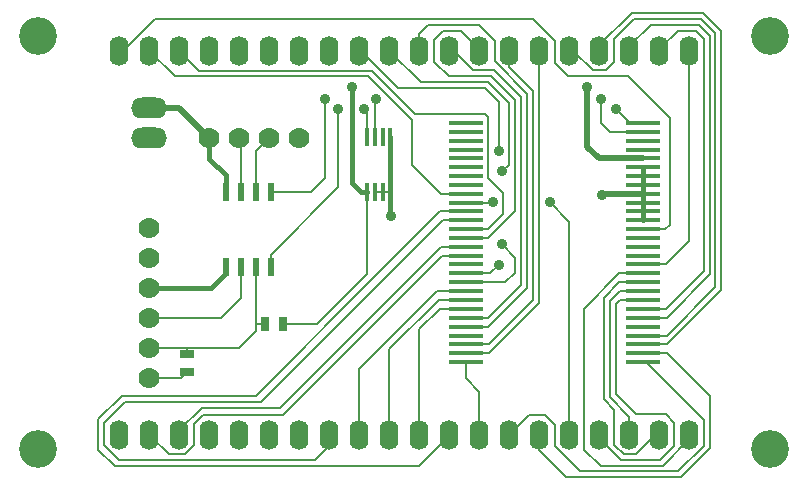
<source format=gbl>
G04 (created by PCBNEW-RS274X (2012-01-19 BZR 3256)-stable) date 18/05/2013 06:36:34*
G01*
G70*
G90*
%MOIN*%
G04 Gerber Fmt 3.4, Leading zero omitted, Abs format*
%FSLAX34Y34*%
G04 APERTURE LIST*
%ADD10C,0.006000*%
%ADD11R,0.118100X0.016000*%
%ADD12O,0.063000X0.100000*%
%ADD13R,0.020000X0.059100*%
%ADD14R,0.015000X0.063000*%
%ADD15C,0.070000*%
%ADD16R,0.045000X0.025000*%
%ADD17R,0.025000X0.045000*%
%ADD18C,0.126000*%
%ADD19O,0.120000X0.070000*%
%ADD20C,0.035000*%
%ADD21C,0.015700*%
%ADD22C,0.008000*%
%ADD23C,0.019700*%
G04 APERTURE END LIST*
G54D10*
G54D11*
X76953Y-38510D03*
X76953Y-38810D03*
X76953Y-39100D03*
X76953Y-39400D03*
X76953Y-39690D03*
X76953Y-39990D03*
X76953Y-40280D03*
X76953Y-40580D03*
X76953Y-40870D03*
X76953Y-41170D03*
X76953Y-41460D03*
X76953Y-41760D03*
X76953Y-42050D03*
X76953Y-42350D03*
X76953Y-42640D03*
X76953Y-42940D03*
X76953Y-43230D03*
X76953Y-43530D03*
X76953Y-43830D03*
X76953Y-44120D03*
X76953Y-44420D03*
X76953Y-44710D03*
X76953Y-45010D03*
X76953Y-45300D03*
X76953Y-45600D03*
X76953Y-45890D03*
X76953Y-46190D03*
X76953Y-46480D03*
X71047Y-46480D03*
X71047Y-46190D03*
X71047Y-45890D03*
X71047Y-45600D03*
X71047Y-45300D03*
X71047Y-45010D03*
X71047Y-44710D03*
X71047Y-44420D03*
X71047Y-44120D03*
X71047Y-43830D03*
X71047Y-43530D03*
X71047Y-43230D03*
X71047Y-42940D03*
X71047Y-42640D03*
X71047Y-42350D03*
X71047Y-42050D03*
X71047Y-41760D03*
X71047Y-41460D03*
X71047Y-41170D03*
X71047Y-40870D03*
X71047Y-40580D03*
X71047Y-40280D03*
X71047Y-39990D03*
X71047Y-39690D03*
X71047Y-39400D03*
X71047Y-39100D03*
X71047Y-38810D03*
X71047Y-38510D03*
G54D12*
X59500Y-48900D03*
X60500Y-48900D03*
X61500Y-48900D03*
X62500Y-48900D03*
X63500Y-48900D03*
X64500Y-48900D03*
X65500Y-48900D03*
X66500Y-48900D03*
X67500Y-48900D03*
X68500Y-48900D03*
X69500Y-48900D03*
X70500Y-48900D03*
X71500Y-48900D03*
X72500Y-48900D03*
X73500Y-48900D03*
X74500Y-48900D03*
X75500Y-48900D03*
X76500Y-48900D03*
X77500Y-48900D03*
X78500Y-48900D03*
X78500Y-36100D03*
X77500Y-36100D03*
X76500Y-36100D03*
X75500Y-36100D03*
X74500Y-36100D03*
X73500Y-36100D03*
X72500Y-36100D03*
X71500Y-36100D03*
X70500Y-36100D03*
X69500Y-36100D03*
X68500Y-36100D03*
X67500Y-36100D03*
X66500Y-36100D03*
X65500Y-36100D03*
X64500Y-36100D03*
X63500Y-36100D03*
X62500Y-36100D03*
X61500Y-36100D03*
X60500Y-36100D03*
X59500Y-36100D03*
G54D13*
X63050Y-43300D03*
X63550Y-43300D03*
X64050Y-43300D03*
X64550Y-43300D03*
X64550Y-40800D03*
X64050Y-40800D03*
X63550Y-40800D03*
X63050Y-40800D03*
G54D14*
X67766Y-38994D03*
X68022Y-38994D03*
X68278Y-38994D03*
X68534Y-38994D03*
X68534Y-40806D03*
X68278Y-40806D03*
X68022Y-40806D03*
X67766Y-40806D03*
G54D15*
X60500Y-44000D03*
X60500Y-43000D03*
X60500Y-42000D03*
X60500Y-47000D03*
X60500Y-46000D03*
X60500Y-45000D03*
G54D16*
X61750Y-46200D03*
X61750Y-46800D03*
G54D17*
X64950Y-45200D03*
X64350Y-45200D03*
G54D18*
X81205Y-35610D03*
X81205Y-49390D03*
X56795Y-49390D03*
X56795Y-35610D03*
G54D19*
X60500Y-38000D03*
X60500Y-39000D03*
G54D15*
X65500Y-39000D03*
X64500Y-39000D03*
X63500Y-39000D03*
X62500Y-39000D03*
G54D20*
X68550Y-41600D03*
X75600Y-40900D03*
X72250Y-42550D03*
X72250Y-40100D03*
X73850Y-41150D03*
X71950Y-41150D03*
X72150Y-39450D03*
X72150Y-43250D03*
X68050Y-37700D03*
X75550Y-37700D03*
X66350Y-37700D03*
X67650Y-38050D03*
X76050Y-38050D03*
X66800Y-38050D03*
X67250Y-37300D03*
X75100Y-37300D03*
G54D21*
X63050Y-43500D02*
X63050Y-43300D01*
X76953Y-40280D02*
X76953Y-39990D01*
X68534Y-40806D02*
X68534Y-38994D01*
X68534Y-40806D02*
X68534Y-41584D01*
G54D22*
X61550Y-47000D02*
X61750Y-46800D01*
G54D21*
X60500Y-44000D02*
X62550Y-44000D01*
X76953Y-40580D02*
X76953Y-40280D01*
X68534Y-41584D02*
X68550Y-41600D01*
G54D22*
X60500Y-47000D02*
X61550Y-47000D01*
G54D21*
X76953Y-41170D02*
X76953Y-40870D01*
X76953Y-40870D02*
X76953Y-40580D01*
G54D22*
X68278Y-40806D02*
X68022Y-40806D01*
G54D21*
X76953Y-41460D02*
X76953Y-41170D01*
G54D23*
X75600Y-40900D02*
X75630Y-40870D01*
X75630Y-40870D02*
X76953Y-40870D01*
G54D21*
X62550Y-44000D02*
X63050Y-43500D01*
X76953Y-41760D02*
X76953Y-41460D01*
G54D22*
X68534Y-40806D02*
X68278Y-40806D01*
X60500Y-45000D02*
X62900Y-45000D01*
X62900Y-45000D02*
X63550Y-44350D01*
X63550Y-44350D02*
X63550Y-43300D01*
X77720Y-43230D02*
X76953Y-43230D01*
X78500Y-36100D02*
X78500Y-42450D01*
X78500Y-42450D02*
X77720Y-43230D01*
X69500Y-48900D02*
X69500Y-45385D01*
X70175Y-44710D02*
X71047Y-44710D01*
X69500Y-45385D02*
X70175Y-44710D01*
X71800Y-45300D02*
X73100Y-44000D01*
X73100Y-37550D02*
X72015Y-36465D01*
X71047Y-45300D02*
X71800Y-45300D01*
X71480Y-35250D02*
X69805Y-35250D01*
X72015Y-35785D02*
X71480Y-35250D01*
X69500Y-35555D02*
X69500Y-36100D01*
X69805Y-35250D02*
X69500Y-35555D01*
X73100Y-44000D02*
X73100Y-37550D01*
X72015Y-36465D02*
X72015Y-35785D01*
X70080Y-44120D02*
X71047Y-44120D01*
X67500Y-48900D02*
X67500Y-46700D01*
X67500Y-46700D02*
X70080Y-44120D01*
X66025Y-49750D02*
X59495Y-49750D01*
X68250Y-43780D02*
X68250Y-43783D01*
X70273Y-41760D02*
X71047Y-41760D01*
X68250Y-43783D02*
X70273Y-41760D01*
X59495Y-49750D02*
X59000Y-49255D01*
X59000Y-48500D02*
X59700Y-47800D01*
X59000Y-49255D02*
X59000Y-48500D01*
X64230Y-47800D02*
X68250Y-43780D01*
X66500Y-48900D02*
X66500Y-49275D01*
X66500Y-49275D02*
X66025Y-49750D01*
X59700Y-47800D02*
X64230Y-47800D01*
X70220Y-42640D02*
X71047Y-42640D01*
X61500Y-48750D02*
X62250Y-48000D01*
X64860Y-48000D02*
X70220Y-42640D01*
X61500Y-48900D02*
X61500Y-48750D01*
X62250Y-48000D02*
X64860Y-48000D01*
X64050Y-40800D02*
X64050Y-39450D01*
X64050Y-39450D02*
X64500Y-39000D01*
X63550Y-39050D02*
X63500Y-39000D01*
X63550Y-40800D02*
X63550Y-39050D01*
X64350Y-45200D02*
X64050Y-45200D01*
X63500Y-46000D02*
X64050Y-45450D01*
X64050Y-44000D02*
X64050Y-43300D01*
X61750Y-46000D02*
X63500Y-46000D01*
X61750Y-46000D02*
X61750Y-46200D01*
X60500Y-46000D02*
X61750Y-46000D01*
X64050Y-45200D02*
X64050Y-44000D01*
X64050Y-45450D02*
X64050Y-45200D01*
X71900Y-36950D02*
X72700Y-37750D01*
X70900Y-35450D02*
X70300Y-35450D01*
X71500Y-36050D02*
X70900Y-35450D01*
X70000Y-35750D02*
X70000Y-36468D01*
X70482Y-36950D02*
X71900Y-36950D01*
X70300Y-35450D02*
X70000Y-35750D01*
X72700Y-37750D02*
X72700Y-41450D01*
X71047Y-42350D02*
X71800Y-42350D01*
X70000Y-36468D02*
X70482Y-36950D01*
X72700Y-41450D02*
X71800Y-42350D01*
X71500Y-36050D02*
X71500Y-36100D01*
X77749Y-45600D02*
X76953Y-45600D01*
X79372Y-43977D02*
X77749Y-45600D01*
X74500Y-36100D02*
X74630Y-36100D01*
X79372Y-35527D02*
X79372Y-43977D01*
X76000Y-35700D02*
X76660Y-35040D01*
X76660Y-35040D02*
X78885Y-35040D01*
X78885Y-35040D02*
X79372Y-35527D01*
X76000Y-36470D02*
X76000Y-35700D01*
X74630Y-36100D02*
X75275Y-36745D01*
X75725Y-36745D02*
X76000Y-36470D01*
X75275Y-36745D02*
X75725Y-36745D01*
X72900Y-37650D02*
X72900Y-43900D01*
X70500Y-36100D02*
X70650Y-36100D01*
X72000Y-36750D02*
X72900Y-37650D01*
X70650Y-36100D02*
X71300Y-36750D01*
X70500Y-36100D02*
X70500Y-36100D01*
X71790Y-45010D02*
X71047Y-45010D01*
X72900Y-43900D02*
X71790Y-45010D01*
X71300Y-36750D02*
X72000Y-36750D01*
X74440Y-36950D02*
X74020Y-36530D01*
X60690Y-35050D02*
X59500Y-36240D01*
X73290Y-35050D02*
X60690Y-35050D01*
X76953Y-42050D02*
X77700Y-42050D01*
X76450Y-36950D02*
X74440Y-36950D01*
X77850Y-38350D02*
X76450Y-36950D01*
X74020Y-35780D02*
X73290Y-35050D01*
X77700Y-42050D02*
X77850Y-41900D01*
X74020Y-36530D02*
X74020Y-35780D01*
X59500Y-36240D02*
X59500Y-36100D01*
X77850Y-41900D02*
X77850Y-38350D01*
X78730Y-35435D02*
X78995Y-35700D01*
X78110Y-35435D02*
X78730Y-35435D01*
X77500Y-36100D02*
X77500Y-36045D01*
X78995Y-43454D02*
X77739Y-44710D01*
X77739Y-44710D02*
X76953Y-44710D01*
X77500Y-36045D02*
X78110Y-35435D01*
X78995Y-35700D02*
X78995Y-43454D01*
X71047Y-46480D02*
X71047Y-47022D01*
X71047Y-47022D02*
X71500Y-47475D01*
X71500Y-47475D02*
X71500Y-48900D01*
X72700Y-43500D02*
X72370Y-43830D01*
X68500Y-36100D02*
X69550Y-37150D01*
X72700Y-43000D02*
X72700Y-43500D01*
X72370Y-43830D02*
X71047Y-43830D01*
X72500Y-39900D02*
X72250Y-40100D01*
X71800Y-37150D02*
X72500Y-37850D01*
X69550Y-37150D02*
X71800Y-37150D01*
X72250Y-42550D02*
X72700Y-43000D01*
X72500Y-37850D02*
X72500Y-39900D01*
X74010Y-49270D02*
X74010Y-48570D01*
X74870Y-50130D02*
X74010Y-49270D01*
X78130Y-50130D02*
X74870Y-50130D01*
X78990Y-48400D02*
X78990Y-49270D01*
X73690Y-48250D02*
X73150Y-48250D01*
X76953Y-46480D02*
X77070Y-46480D01*
X74010Y-48570D02*
X73690Y-48250D01*
X78990Y-49270D02*
X78130Y-50130D01*
X77070Y-46480D02*
X78990Y-48400D01*
X73150Y-48250D02*
X72500Y-48900D01*
X78220Y-50320D02*
X74390Y-50320D01*
X77750Y-46190D02*
X79190Y-47630D01*
X76953Y-46190D02*
X77750Y-46190D01*
X79190Y-49350D02*
X78220Y-50320D01*
X74390Y-50320D02*
X73500Y-49430D01*
X79190Y-47630D02*
X79190Y-49350D01*
X73500Y-49430D02*
X73500Y-48900D01*
X64065Y-47600D02*
X68005Y-43660D01*
X68005Y-43660D02*
X70205Y-41460D01*
X59599Y-47600D02*
X64065Y-47600D01*
X70205Y-41460D02*
X71047Y-41460D01*
X70500Y-48950D02*
X69500Y-49950D01*
X69500Y-49950D02*
X59350Y-49950D01*
X70500Y-48900D02*
X70500Y-48950D01*
X58800Y-49400D02*
X58800Y-48399D01*
X59350Y-49950D02*
X58800Y-49400D01*
X68005Y-43660D02*
X68005Y-43660D01*
X58800Y-48399D02*
X59599Y-47600D01*
X68500Y-46060D02*
X70140Y-44420D01*
X70140Y-44420D02*
X71047Y-44420D01*
X68500Y-48900D02*
X68500Y-46060D01*
X76005Y-48080D02*
X75650Y-47725D01*
X77500Y-48900D02*
X77365Y-48900D01*
X75650Y-47725D02*
X75650Y-44350D01*
X76315Y-49555D02*
X76005Y-49245D01*
X76710Y-49555D02*
X76315Y-49555D01*
X76005Y-49245D02*
X76005Y-48080D01*
X76170Y-43830D02*
X76953Y-43830D01*
X75650Y-44350D02*
X76170Y-43830D01*
X77365Y-48900D02*
X76710Y-49555D01*
X71047Y-42050D02*
X71800Y-42050D01*
X62168Y-36768D02*
X61500Y-36100D01*
X71800Y-42050D02*
X72300Y-41550D01*
X72300Y-40850D02*
X71800Y-40350D01*
X69350Y-38200D02*
X67918Y-36768D01*
X67918Y-36768D02*
X62168Y-36768D01*
X72300Y-41550D02*
X72300Y-40850D01*
X71700Y-38200D02*
X69350Y-38200D01*
X71800Y-40350D02*
X71800Y-38300D01*
X71800Y-38300D02*
X71700Y-38200D01*
X73500Y-44500D02*
X71810Y-46190D01*
X73500Y-36100D02*
X73500Y-44500D01*
X71810Y-46190D02*
X71047Y-46190D01*
X74500Y-41800D02*
X73850Y-41150D01*
X71950Y-41150D02*
X72080Y-41170D01*
X74500Y-48900D02*
X74500Y-41800D01*
X72080Y-41170D02*
X71047Y-41170D01*
X69250Y-39900D02*
X69250Y-38400D01*
X67800Y-36950D02*
X61350Y-36950D01*
X70220Y-40870D02*
X69250Y-39900D01*
X69250Y-38400D02*
X67800Y-36950D01*
X71047Y-40870D02*
X70220Y-40870D01*
X61350Y-36950D02*
X60500Y-36100D01*
X77760Y-45890D02*
X76953Y-45890D01*
X75500Y-36100D02*
X75500Y-35930D01*
X75500Y-35930D02*
X76590Y-34840D01*
X78960Y-34840D02*
X79570Y-35450D01*
X76590Y-34840D02*
X78960Y-34840D01*
X79570Y-35450D02*
X79570Y-44080D01*
X79570Y-44080D02*
X77760Y-45890D01*
X79190Y-35615D02*
X79190Y-43560D01*
X79190Y-43560D02*
X77740Y-45010D01*
X77740Y-45010D02*
X76953Y-45010D01*
X76500Y-36100D02*
X76500Y-35955D01*
X78815Y-35240D02*
X79190Y-35615D01*
X77215Y-35240D02*
X78815Y-35240D01*
X76500Y-35955D02*
X77215Y-35240D01*
X68800Y-37350D02*
X71700Y-37350D01*
X67500Y-36100D02*
X67550Y-36100D01*
X72150Y-43250D02*
X71870Y-43530D01*
X72150Y-37800D02*
X72150Y-39450D01*
X67550Y-36100D02*
X68800Y-37350D01*
X71700Y-37350D02*
X72150Y-37800D01*
X71870Y-43530D02*
X71047Y-43530D01*
X62005Y-48545D02*
X62005Y-49245D01*
X62005Y-49245D02*
X61700Y-49550D01*
X64940Y-48250D02*
X62300Y-48250D01*
X61150Y-49550D02*
X60500Y-48900D01*
X61700Y-49550D02*
X61150Y-49550D01*
X70250Y-42940D02*
X64940Y-48250D01*
X62300Y-48250D02*
X62005Y-48545D01*
X71047Y-42940D02*
X70250Y-42940D01*
X72500Y-36650D02*
X73300Y-37450D01*
X72500Y-36100D02*
X72500Y-36100D01*
X73300Y-44400D02*
X71810Y-45890D01*
X71810Y-45890D02*
X71047Y-45890D01*
X73300Y-37450D02*
X73300Y-44400D01*
X72500Y-36100D02*
X72500Y-36650D01*
X75850Y-44450D02*
X76180Y-44120D01*
X75850Y-47655D02*
X75850Y-44450D01*
X76500Y-48900D02*
X76500Y-48305D01*
X76180Y-44120D02*
X76953Y-44120D01*
X76500Y-48305D02*
X75850Y-47655D01*
X75550Y-38500D02*
X75550Y-37700D01*
X75860Y-38810D02*
X75550Y-38500D01*
X76953Y-38810D02*
X75860Y-38810D01*
X68022Y-37728D02*
X68050Y-37700D01*
X66350Y-40350D02*
X66350Y-37700D01*
X68022Y-38994D02*
X68022Y-37728D01*
X64550Y-40800D02*
X65900Y-40800D01*
X65900Y-40800D02*
X66350Y-40350D01*
X75500Y-49030D02*
X76210Y-49740D01*
X76050Y-44550D02*
X76180Y-44420D01*
X76050Y-47545D02*
X76050Y-44550D01*
X76735Y-48230D02*
X76050Y-47545D01*
X77985Y-49285D02*
X77985Y-48505D01*
X77530Y-49740D02*
X77985Y-49285D01*
X77985Y-48505D02*
X77710Y-48230D01*
X77710Y-48230D02*
X76735Y-48230D01*
X76210Y-49740D02*
X77530Y-49740D01*
X76180Y-44420D02*
X76953Y-44420D01*
X75500Y-48900D02*
X75500Y-49030D01*
X75540Y-49940D02*
X75000Y-49400D01*
X75000Y-49400D02*
X75000Y-44700D01*
X75000Y-44700D02*
X76170Y-43530D01*
X78500Y-48900D02*
X78500Y-49055D01*
X78500Y-49055D02*
X77615Y-49940D01*
X77615Y-49940D02*
X75540Y-49940D01*
X76170Y-43530D02*
X76953Y-43530D01*
X76510Y-38510D02*
X76953Y-38510D01*
X67766Y-38166D02*
X67650Y-38050D01*
X76050Y-38050D02*
X76510Y-38510D01*
X64550Y-43300D02*
X64550Y-42900D01*
X64550Y-42900D02*
X66800Y-40650D01*
X66800Y-40650D02*
X66800Y-38050D01*
X67766Y-38994D02*
X67766Y-38166D01*
G54D23*
X75490Y-39690D02*
X76953Y-39690D01*
X60500Y-38000D02*
X61500Y-38000D01*
X75100Y-39300D02*
X75490Y-39690D01*
G54D22*
X64950Y-45200D02*
X66100Y-45200D01*
G54D21*
X67556Y-40806D02*
X67250Y-40500D01*
X67250Y-40500D02*
X67250Y-37300D01*
X67766Y-40806D02*
X67556Y-40806D01*
G54D22*
X66100Y-45200D02*
X67766Y-43534D01*
G54D21*
X62500Y-39700D02*
X62500Y-39000D01*
X63050Y-40250D02*
X62500Y-39700D01*
X63050Y-40800D02*
X63050Y-40250D01*
G54D23*
X61500Y-38000D02*
X62500Y-39000D01*
X75100Y-37300D02*
X75100Y-39300D01*
G54D22*
X67766Y-43534D02*
X67766Y-40806D01*
M02*

</source>
